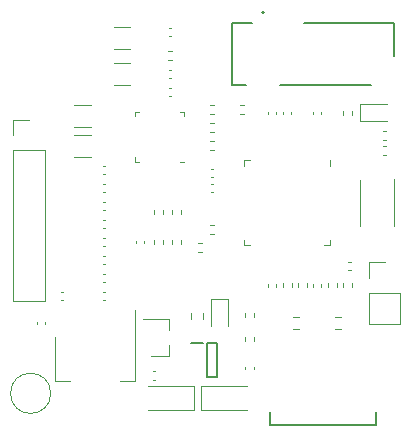
<source format=gto>
G04 #@! TF.GenerationSoftware,KiCad,Pcbnew,(5.1.8)-1*
G04 #@! TF.CreationDate,2021-01-25T23:00:58-08:00*
G04 #@! TF.ProjectId,audioboard,61756469-6f62-46f6-9172-642e6b696361,rev?*
G04 #@! TF.SameCoordinates,Original*
G04 #@! TF.FileFunction,Legend,Top*
G04 #@! TF.FilePolarity,Positive*
%FSLAX46Y46*%
G04 Gerber Fmt 4.6, Leading zero omitted, Abs format (unit mm)*
G04 Created by KiCad (PCBNEW (5.1.8)-1) date 2021-01-25 23:00:58*
%MOMM*%
%LPD*%
G01*
G04 APERTURE LIST*
%ADD10C,0.200000*%
%ADD11C,0.120000*%
%ADD12C,0.100000*%
%ADD13C,0.127000*%
G04 APERTURE END LIST*
D10*
X204368000Y-101396000D02*
X204368000Y-100246000D01*
X195428000Y-101396000D02*
X204368000Y-101396000D01*
X195428000Y-100246000D02*
X195428000Y-101396000D01*
D11*
X176833000Y-98679000D02*
G75*
G03*
X176833000Y-98679000I-1700000J0D01*
G01*
X205258641Y-77725000D02*
X204951359Y-77725000D01*
X205258641Y-78485000D02*
X204951359Y-78485000D01*
X203775000Y-87570000D02*
X205105000Y-87570000D01*
X203775000Y-88900000D02*
X203775000Y-87570000D01*
X203775000Y-90170000D02*
X206435000Y-90170000D01*
X206435000Y-90170000D02*
X206435000Y-92770000D01*
X203775000Y-90170000D02*
X203775000Y-92770000D01*
X203775000Y-92770000D02*
X206435000Y-92770000D01*
X201550000Y-89381359D02*
X201550000Y-89688641D01*
X202310000Y-89381359D02*
X202310000Y-89688641D01*
X198500000Y-89688641D02*
X198500000Y-89381359D01*
X197740000Y-89688641D02*
X197740000Y-89381359D01*
X186790359Y-70484000D02*
X187097641Y-70484000D01*
X186790359Y-69724000D02*
X187097641Y-69724000D01*
X201550000Y-74776359D02*
X201550000Y-75083641D01*
X202310000Y-74776359D02*
X202310000Y-75083641D01*
X190653641Y-84456000D02*
X190346359Y-84456000D01*
X190653641Y-85216000D02*
X190346359Y-85216000D01*
X189637641Y-85980000D02*
X189330359Y-85980000D01*
X189637641Y-86740000D02*
X189330359Y-86740000D01*
X186308000Y-86005641D02*
X186308000Y-85698359D01*
X185548000Y-86005641D02*
X185548000Y-85698359D01*
X187832000Y-83158359D02*
X187832000Y-83465641D01*
X187072000Y-83158359D02*
X187072000Y-83465641D01*
X185548000Y-83465641D02*
X185548000Y-83158359D01*
X186308000Y-83465641D02*
X186308000Y-83158359D01*
X193295000Y-93951359D02*
X193295000Y-94258641D01*
X194055000Y-93951359D02*
X194055000Y-94258641D01*
X193295000Y-91921359D02*
X193295000Y-92228641D01*
X194055000Y-91921359D02*
X194055000Y-92228641D01*
X177184000Y-97668000D02*
X178444000Y-97668000D01*
X184004000Y-97668000D02*
X182744000Y-97668000D01*
X177184000Y-93908000D02*
X177184000Y-97668000D01*
X184004000Y-91658000D02*
X184004000Y-97668000D01*
X200460000Y-85685000D02*
X200460000Y-86160000D01*
X200460000Y-86160000D02*
X199985000Y-86160000D01*
X193240000Y-79415000D02*
X193240000Y-78940000D01*
X193240000Y-78940000D02*
X193715000Y-78940000D01*
X193240000Y-85685000D02*
X193240000Y-86160000D01*
X193240000Y-86160000D02*
X193715000Y-86160000D01*
X200460000Y-79415000D02*
X200460000Y-78940000D01*
X184320000Y-79072000D02*
X183945000Y-79072000D01*
X183945000Y-79072000D02*
X183945000Y-78697000D01*
X187790000Y-74852000D02*
X188165000Y-74852000D01*
X188165000Y-74852000D02*
X188165000Y-75227000D01*
X184320000Y-74852000D02*
X183945000Y-74852000D01*
X183945000Y-74852000D02*
X183945000Y-75227000D01*
X187790000Y-79072000D02*
X188165000Y-79072000D01*
D12*
X205935000Y-80550000D02*
X205935000Y-84500000D01*
X203005000Y-80600000D02*
X203005000Y-84550000D01*
D11*
X201040000Y-89381359D02*
X201040000Y-89688641D01*
X200280000Y-89381359D02*
X200280000Y-89688641D01*
X197230000Y-89381359D02*
X197230000Y-89688641D01*
X196470000Y-89381359D02*
X196470000Y-89688641D01*
X192886359Y-74296000D02*
X193193641Y-74296000D01*
X192886359Y-75056000D02*
X193193641Y-75056000D01*
X190346359Y-75820000D02*
X190653641Y-75820000D01*
X190346359Y-76580000D02*
X190653641Y-76580000D01*
X190346359Y-74296000D02*
X190653641Y-74296000D01*
X190346359Y-75056000D02*
X190653641Y-75056000D01*
X190346359Y-77344000D02*
X190653641Y-77344000D01*
X190346359Y-78104000D02*
X190653641Y-78104000D01*
X187832000Y-85698359D02*
X187832000Y-86005641D01*
X187072000Y-85698359D02*
X187072000Y-86005641D01*
X188707500Y-92376258D02*
X188707500Y-91901742D01*
X189752500Y-92376258D02*
X189752500Y-91901742D01*
X201405258Y-93232500D02*
X200930742Y-93232500D01*
X201405258Y-92187500D02*
X200930742Y-92187500D01*
X197374742Y-92187500D02*
X197849258Y-92187500D01*
X197374742Y-93232500D02*
X197849258Y-93232500D01*
X186815000Y-95560000D02*
X186815000Y-94630000D01*
X186815000Y-92400000D02*
X186815000Y-93330000D01*
X186815000Y-92400000D02*
X184655000Y-92400000D01*
X186815000Y-95560000D02*
X185355000Y-95560000D01*
X173676000Y-90865000D02*
X176336000Y-90865000D01*
X173676000Y-78105000D02*
X173676000Y-90865000D01*
X176336000Y-78105000D02*
X176336000Y-90865000D01*
X173676000Y-78105000D02*
X176336000Y-78105000D01*
X173676000Y-76835000D02*
X173676000Y-75505000D01*
X173676000Y-75505000D02*
X175006000Y-75505000D01*
D10*
X190075000Y-94435000D02*
X190925000Y-94435000D01*
X190925000Y-94435000D02*
X190925000Y-97335000D01*
X190925000Y-97335000D02*
X190075000Y-97335000D01*
X190075000Y-97335000D02*
X190075000Y-94435000D01*
X188675000Y-94410000D02*
X189725000Y-94410000D01*
D13*
X192168000Y-67322000D02*
X192168000Y-72552000D01*
X196263000Y-72552000D02*
X203973000Y-72552000D01*
X198268000Y-67322000D02*
X205918000Y-67322000D01*
X205918000Y-67322000D02*
X205918000Y-70082000D01*
D10*
X194918000Y-66452000D02*
G75*
G03*
X194918000Y-66452000I-100000J0D01*
G01*
D13*
X192168000Y-72552000D02*
X193373000Y-72552000D01*
X192168000Y-67322000D02*
X193898000Y-67322000D01*
D11*
X205270000Y-74195000D02*
X202985000Y-74195000D01*
X202985000Y-74195000D02*
X202985000Y-75665000D01*
X202985000Y-75665000D02*
X205270000Y-75665000D01*
X188940000Y-100060000D02*
X188940000Y-98060000D01*
X188940000Y-98060000D02*
X185040000Y-98060000D01*
X188940000Y-100060000D02*
X185040000Y-100060000D01*
X189520000Y-98060000D02*
X189520000Y-100060000D01*
X189520000Y-100060000D02*
X193420000Y-100060000D01*
X189520000Y-98060000D02*
X193420000Y-98060000D01*
X191870000Y-92979000D02*
X191870000Y-90694000D01*
X191870000Y-90694000D02*
X190400000Y-90694000D01*
X190400000Y-90694000D02*
X190400000Y-92979000D01*
X202263836Y-88244000D02*
X202048164Y-88244000D01*
X202263836Y-87524000D02*
X202048164Y-87524000D01*
X185467164Y-96795000D02*
X185682836Y-96795000D01*
X185467164Y-97515000D02*
X185682836Y-97515000D01*
X180225752Y-78634000D02*
X178803248Y-78634000D01*
X180225752Y-76814000D02*
X178803248Y-76814000D01*
X180225752Y-76094000D02*
X178803248Y-76094000D01*
X180225752Y-74274000D02*
X178803248Y-74274000D01*
X183591252Y-72538000D02*
X182168748Y-72538000D01*
X183591252Y-70718000D02*
X182168748Y-70718000D01*
X183591252Y-69490000D02*
X182168748Y-69490000D01*
X183591252Y-67670000D02*
X182168748Y-67670000D01*
X199030000Y-89642836D02*
X199030000Y-89427164D01*
X199750000Y-89642836D02*
X199750000Y-89427164D01*
X181248164Y-90064000D02*
X181463836Y-90064000D01*
X181248164Y-90784000D02*
X181463836Y-90784000D01*
X181248164Y-88540000D02*
X181463836Y-88540000D01*
X181248164Y-89260000D02*
X181463836Y-89260000D01*
X186836164Y-67712000D02*
X187051836Y-67712000D01*
X186836164Y-68432000D02*
X187051836Y-68432000D01*
X184044000Y-85959836D02*
X184044000Y-85744164D01*
X184764000Y-85959836D02*
X184764000Y-85744164D01*
X195220000Y-89642836D02*
X195220000Y-89427164D01*
X195940000Y-89642836D02*
X195940000Y-89427164D01*
X181463836Y-81640000D02*
X181248164Y-81640000D01*
X181463836Y-80920000D02*
X181248164Y-80920000D01*
X181463836Y-80116000D02*
X181248164Y-80116000D01*
X181463836Y-79396000D02*
X181248164Y-79396000D01*
X181463836Y-86212000D02*
X181248164Y-86212000D01*
X181463836Y-85492000D02*
X181248164Y-85492000D01*
X181248164Y-82444000D02*
X181463836Y-82444000D01*
X181248164Y-83164000D02*
X181463836Y-83164000D01*
X186836164Y-72792000D02*
X187051836Y-72792000D01*
X186836164Y-73512000D02*
X187051836Y-73512000D01*
X190607836Y-81640000D02*
X190392164Y-81640000D01*
X190607836Y-80920000D02*
X190392164Y-80920000D01*
X193315000Y-96627836D02*
X193315000Y-96412164D01*
X194035000Y-96627836D02*
X194035000Y-96412164D01*
X196490000Y-75037836D02*
X196490000Y-74822164D01*
X197210000Y-75037836D02*
X197210000Y-74822164D01*
X177907836Y-90784000D02*
X177692164Y-90784000D01*
X177907836Y-90064000D02*
X177692164Y-90064000D01*
X195220000Y-75037836D02*
X195220000Y-74822164D01*
X195940000Y-75037836D02*
X195940000Y-74822164D01*
X181463836Y-87736000D02*
X181248164Y-87736000D01*
X181463836Y-87016000D02*
X181248164Y-87016000D01*
X181248164Y-83968000D02*
X181463836Y-83968000D01*
X181248164Y-84688000D02*
X181463836Y-84688000D01*
X186836164Y-71268000D02*
X187051836Y-71268000D01*
X186836164Y-71988000D02*
X187051836Y-71988000D01*
X190607836Y-80370000D02*
X190392164Y-80370000D01*
X190607836Y-79650000D02*
X190392164Y-79650000D01*
X175662000Y-92817836D02*
X175662000Y-92602164D01*
X176382000Y-92817836D02*
X176382000Y-92602164D01*
X199750000Y-74822164D02*
X199750000Y-75037836D01*
X199030000Y-74822164D02*
X199030000Y-75037836D01*
X205212836Y-77195000D02*
X204997164Y-77195000D01*
X205212836Y-76475000D02*
X204997164Y-76475000D01*
M02*

</source>
